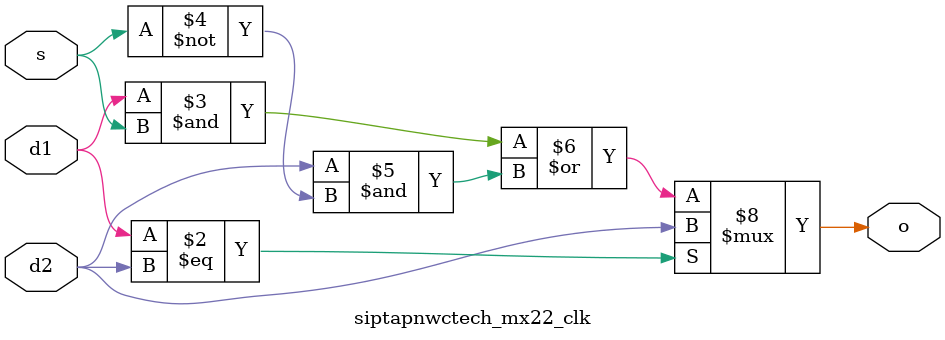
<source format=sv>

`timescale 1ps/1ps
`include "soc_clocks.sv"


module siptapnwctech_mx22_clk (
   input   logic d1,
   input   logic d2,
   input   logic s,
   output  logic o
   );

   `ifdef DC
       `MAKE_CLK_2TO1MUX (o,d2,d1,s)

   `else
       always_comb
           if(d1 == d2)
               o =  d2;
           else
               o = (d1&s)|(d2&~s);
   `endif 

endmodule


</source>
